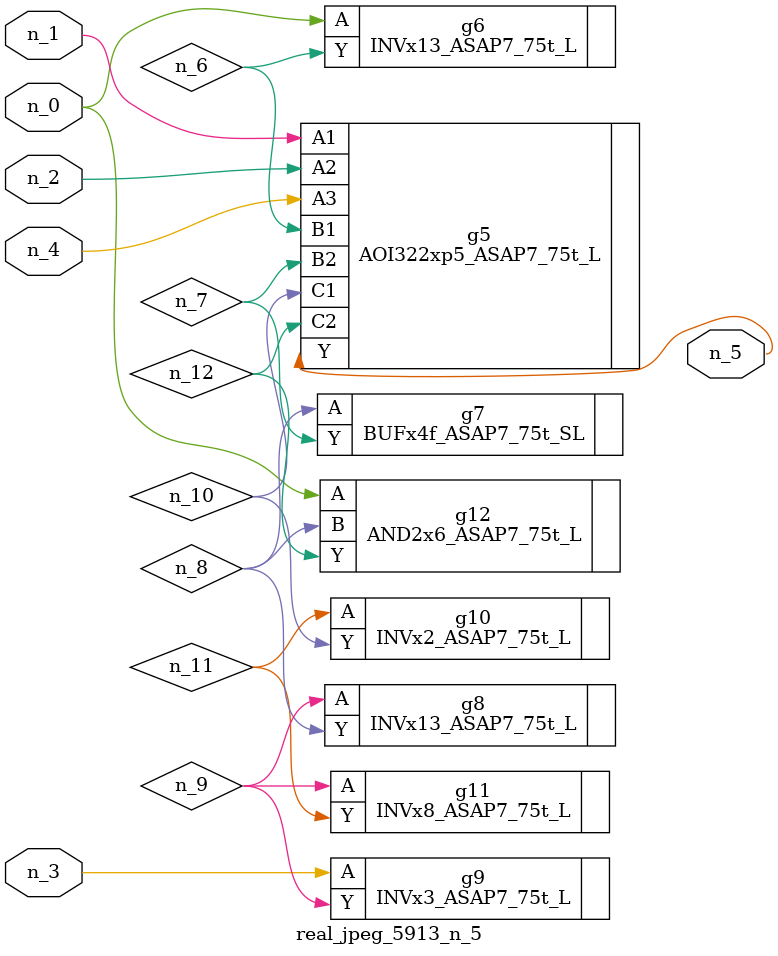
<source format=v>
module real_jpeg_5913_n_5 (n_4, n_0, n_1, n_2, n_3, n_5);

input n_4;
input n_0;
input n_1;
input n_2;
input n_3;

output n_5;

wire n_12;
wire n_8;
wire n_11;
wire n_6;
wire n_7;
wire n_10;
wire n_9;

INVx13_ASAP7_75t_L g6 ( 
.A(n_0),
.Y(n_6)
);

AND2x6_ASAP7_75t_L g12 ( 
.A(n_0),
.B(n_8),
.Y(n_12)
);

AOI322xp5_ASAP7_75t_L g5 ( 
.A1(n_1),
.A2(n_2),
.A3(n_4),
.B1(n_6),
.B2(n_7),
.C1(n_10),
.C2(n_12),
.Y(n_5)
);

INVx3_ASAP7_75t_L g9 ( 
.A(n_3),
.Y(n_9)
);

BUFx4f_ASAP7_75t_SL g7 ( 
.A(n_8),
.Y(n_7)
);

INVx13_ASAP7_75t_L g8 ( 
.A(n_9),
.Y(n_8)
);

INVx8_ASAP7_75t_L g11 ( 
.A(n_9),
.Y(n_11)
);

INVx2_ASAP7_75t_L g10 ( 
.A(n_11),
.Y(n_10)
);


endmodule
</source>
